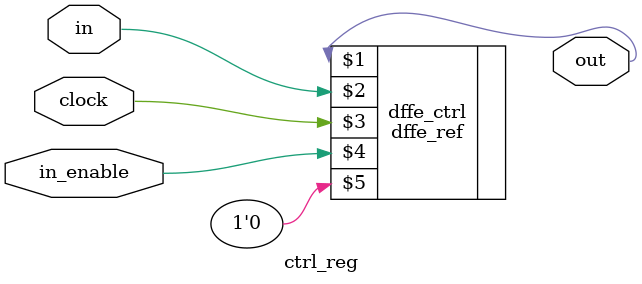
<source format=v>
module ctrl_reg(clock, in, in_enable, out);
    input clock, in, in_enable;
    output out;

    dffe_ref dffe_ctrl(out, in, clock, in_enable, 1'b0);
    
endmodule
</source>
